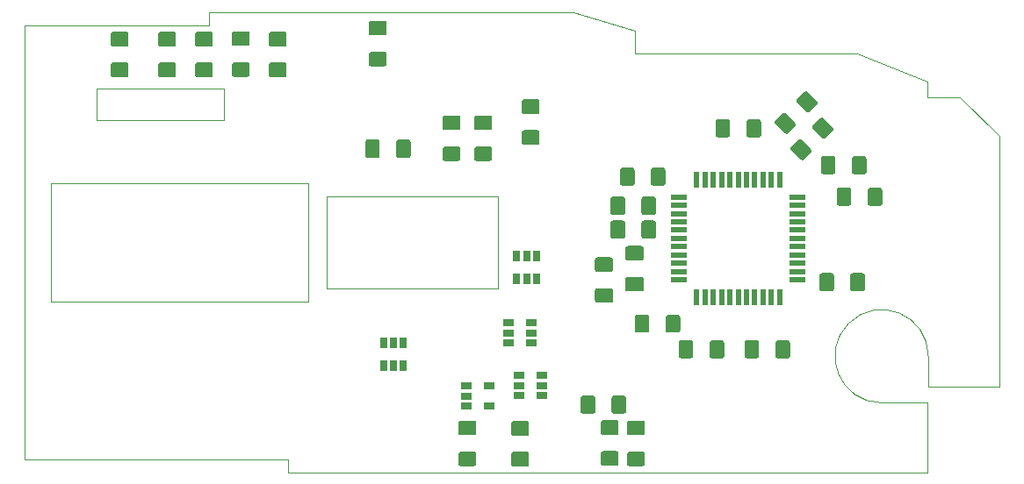
<source format=gbr>
G04 #@! TF.GenerationSoftware,KiCad,Pcbnew,5.99.0-unknown-072ea9a~86~ubuntu18.04.1*
G04 #@! TF.CreationDate,2019-09-18T00:12:09+01:00*
G04 #@! TF.ProjectId,mouse8,6d6f7573-6538-42e6-9b69-6361645f7063,rev?*
G04 #@! TF.SameCoordinates,Original*
G04 #@! TF.FileFunction,Paste,Top*
G04 #@! TF.FilePolarity,Positive*
%FSLAX46Y46*%
G04 Gerber Fmt 4.6, Leading zero omitted, Abs format (unit mm)*
G04 Created by KiCad (PCBNEW 5.99.0-unknown-072ea9a~86~ubuntu18.04.1) date 2019-09-18 00:12:09*
%MOMM*%
%LPD*%
G04 APERTURE LIST*
%ADD10C,0.050000*%
%ADD11C,0.100000*%
%ADD12C,1.425000*%
%ADD13R,0.550000X1.500000*%
%ADD14R,1.500000X0.550000*%
%ADD15R,1.060000X0.650000*%
%ADD16R,0.650000X1.060000*%
G04 APERTURE END LIST*
D10*
X205350000Y-63500000D02*
X170180000Y-63500000D01*
X211275000Y-65275000D02*
X205350000Y-63500000D01*
X211275000Y-65275000D02*
X211275000Y-67525000D01*
X242600000Y-71750000D02*
X246375000Y-75450000D01*
X239395000Y-71755000D02*
X242600000Y-71750000D01*
X239400000Y-70200000D02*
X239395000Y-71755000D01*
X232675000Y-67525000D02*
X239400000Y-70200000D01*
X211275000Y-67525000D02*
X232675000Y-67525000D01*
X239395000Y-107950000D02*
X177800000Y-107950000D01*
X246375000Y-75450000D02*
X246380000Y-99695000D01*
X239525000Y-99675000D02*
X246380000Y-99695000D01*
X239400000Y-101250000D02*
X239395000Y-107950000D01*
X239525000Y-96750000D02*
X239525000Y-99675000D01*
X235025000Y-101250000D02*
X239400000Y-101250000D01*
X235025000Y-101250000D02*
G75*
G02X239525000Y-96750000I0J4500000D01*
G01*
X159308800Y-70916800D02*
X159308800Y-73914000D01*
X171653200Y-70916800D02*
X159308800Y-70916800D01*
X171653200Y-73914000D02*
X171653200Y-70916800D01*
X159308800Y-73914000D02*
X171653200Y-73914000D01*
X154940000Y-80010000D02*
X179705000Y-80010000D01*
X181483000Y-90170000D02*
X181483000Y-81280000D01*
X197993000Y-90170000D02*
X181483000Y-90170000D01*
X197993000Y-81280000D02*
X197993000Y-90170000D01*
X181483000Y-81280000D02*
X197993000Y-81280000D01*
X177800000Y-106680000D02*
X177800000Y-107950000D01*
X152400000Y-106680000D02*
X177800000Y-106680000D01*
X170180000Y-64770000D02*
X152400000Y-64770000D01*
X170180000Y-63500000D02*
X170180000Y-64770000D01*
X154940000Y-91440000D02*
X154940000Y-90805000D01*
X179705000Y-91440000D02*
X179705000Y-90805000D01*
X179705000Y-80010000D02*
X179705000Y-90805000D01*
X154940000Y-90805000D02*
X154940000Y-80010000D01*
X179705000Y-91440000D02*
X154940000Y-91440000D01*
X152400000Y-106680000D02*
X152400000Y-64770000D01*
D11*
G36*
X210158171Y-83659030D02*
G01*
X210239277Y-83713223D01*
X210293470Y-83794329D01*
X210312500Y-83890000D01*
X210312500Y-85140000D01*
X210293470Y-85235671D01*
X210239277Y-85316777D01*
X210158171Y-85370970D01*
X210062500Y-85390000D01*
X209137500Y-85390000D01*
X209041829Y-85370970D01*
X208960723Y-85316777D01*
X208906530Y-85235671D01*
X208887500Y-85140000D01*
X208887500Y-83890000D01*
X208906530Y-83794329D01*
X208960723Y-83713223D01*
X209041829Y-83659030D01*
X209137500Y-83640000D01*
X210062500Y-83640000D01*
X210158171Y-83659030D01*
X210158171Y-83659030D01*
G37*
D12*
X209600000Y-84515000D03*
D11*
G36*
X213133171Y-83659030D02*
G01*
X213214277Y-83713223D01*
X213268470Y-83794329D01*
X213287500Y-83890000D01*
X213287500Y-85140000D01*
X213268470Y-85235671D01*
X213214277Y-85316777D01*
X213133171Y-85370970D01*
X213037500Y-85390000D01*
X212112500Y-85390000D01*
X212016829Y-85370970D01*
X211935723Y-85316777D01*
X211881530Y-85235671D01*
X211862500Y-85140000D01*
X211862500Y-83890000D01*
X211881530Y-83794329D01*
X211935723Y-83713223D01*
X212016829Y-83659030D01*
X212112500Y-83640000D01*
X213037500Y-83640000D01*
X213133171Y-83659030D01*
X213133171Y-83659030D01*
G37*
D12*
X212575000Y-84515000D03*
D13*
X217192000Y-79669000D03*
X217992000Y-79669000D03*
X218792000Y-79669000D03*
X219592000Y-79669000D03*
X220392000Y-79669000D03*
X221192000Y-79669000D03*
X221992000Y-79669000D03*
X222792000Y-79669000D03*
X223592000Y-79669000D03*
X224392000Y-79669000D03*
X225192000Y-79669000D03*
D14*
X226892000Y-81369000D03*
X226892000Y-82169000D03*
X226892000Y-82969000D03*
X226892000Y-83769000D03*
X226892000Y-84569000D03*
X226892000Y-85369000D03*
X226892000Y-86169000D03*
X226892000Y-86969000D03*
X226892000Y-87769000D03*
X226892000Y-88569000D03*
X226892000Y-89369000D03*
D13*
X225192000Y-91069000D03*
X224392000Y-91069000D03*
X223592000Y-91069000D03*
X222792000Y-91069000D03*
X221992000Y-91069000D03*
X221192000Y-91069000D03*
X220392000Y-91069000D03*
X219592000Y-91069000D03*
X218792000Y-91069000D03*
X217992000Y-91069000D03*
X217192000Y-91069000D03*
D14*
X215492000Y-89369000D03*
X215492000Y-88569000D03*
X215492000Y-87769000D03*
X215492000Y-86969000D03*
X215492000Y-86169000D03*
X215492000Y-85369000D03*
X215492000Y-84569000D03*
X215492000Y-83769000D03*
X215492000Y-82969000D03*
X215492000Y-82169000D03*
X215492000Y-81369000D03*
D11*
G36*
X209508671Y-102938530D02*
G01*
X209589777Y-102992723D01*
X209643970Y-103073829D01*
X209663000Y-103169500D01*
X209663000Y-104094500D01*
X209643970Y-104190171D01*
X209589777Y-104271277D01*
X209508671Y-104325470D01*
X209413000Y-104344500D01*
X208163000Y-104344500D01*
X208067329Y-104325470D01*
X207986223Y-104271277D01*
X207932030Y-104190171D01*
X207913000Y-104094500D01*
X207913000Y-103169500D01*
X207932030Y-103073829D01*
X207986223Y-102992723D01*
X208067329Y-102938530D01*
X208163000Y-102919500D01*
X209413000Y-102919500D01*
X209508671Y-102938530D01*
X209508671Y-102938530D01*
G37*
D12*
X208788000Y-103632000D03*
D11*
G36*
X209508671Y-105913530D02*
G01*
X209589777Y-105967723D01*
X209643970Y-106048829D01*
X209663000Y-106144500D01*
X209663000Y-107069500D01*
X209643970Y-107165171D01*
X209589777Y-107246277D01*
X209508671Y-107300470D01*
X209413000Y-107319500D01*
X208163000Y-107319500D01*
X208067329Y-107300470D01*
X207986223Y-107246277D01*
X207932030Y-107165171D01*
X207913000Y-107069500D01*
X207913000Y-106144500D01*
X207932030Y-106048829D01*
X207986223Y-105967723D01*
X208067329Y-105913530D01*
X208163000Y-105894500D01*
X209413000Y-105894500D01*
X209508671Y-105913530D01*
X209508671Y-105913530D01*
G37*
D12*
X208788000Y-106607000D03*
D11*
G36*
X201888671Y-71950530D02*
G01*
X201969777Y-72004723D01*
X202023970Y-72085829D01*
X202043000Y-72181500D01*
X202043000Y-73106500D01*
X202023970Y-73202171D01*
X201969777Y-73283277D01*
X201888671Y-73337470D01*
X201793000Y-73356500D01*
X200543000Y-73356500D01*
X200447329Y-73337470D01*
X200366223Y-73283277D01*
X200312030Y-73202171D01*
X200293000Y-73106500D01*
X200293000Y-72181500D01*
X200312030Y-72085829D01*
X200366223Y-72004723D01*
X200447329Y-71950530D01*
X200543000Y-71931500D01*
X201793000Y-71931500D01*
X201888671Y-71950530D01*
X201888671Y-71950530D01*
G37*
D12*
X201168000Y-72644000D03*
D11*
G36*
X201888671Y-74925530D02*
G01*
X201969777Y-74979723D01*
X202023970Y-75060829D01*
X202043000Y-75156500D01*
X202043000Y-76081500D01*
X202023970Y-76177171D01*
X201969777Y-76258277D01*
X201888671Y-76312470D01*
X201793000Y-76331500D01*
X200543000Y-76331500D01*
X200447329Y-76312470D01*
X200366223Y-76258277D01*
X200312030Y-76177171D01*
X200293000Y-76081500D01*
X200293000Y-75156500D01*
X200312030Y-75060829D01*
X200366223Y-74979723D01*
X200447329Y-74925530D01*
X200543000Y-74906500D01*
X201793000Y-74906500D01*
X201888671Y-74925530D01*
X201888671Y-74925530D01*
G37*
D12*
X201168000Y-75619000D03*
D11*
G36*
X166836671Y-68394530D02*
G01*
X166917777Y-68448723D01*
X166971970Y-68529829D01*
X166991000Y-68625500D01*
X166991000Y-69550500D01*
X166971970Y-69646171D01*
X166917777Y-69727277D01*
X166836671Y-69781470D01*
X166741000Y-69800500D01*
X165491000Y-69800500D01*
X165395329Y-69781470D01*
X165314223Y-69727277D01*
X165260030Y-69646171D01*
X165241000Y-69550500D01*
X165241000Y-68625500D01*
X165260030Y-68529829D01*
X165314223Y-68448723D01*
X165395329Y-68394530D01*
X165491000Y-68375500D01*
X166741000Y-68375500D01*
X166836671Y-68394530D01*
X166836671Y-68394530D01*
G37*
D12*
X166116000Y-69088000D03*
D11*
G36*
X166836671Y-65419530D02*
G01*
X166917777Y-65473723D01*
X166971970Y-65554829D01*
X166991000Y-65650500D01*
X166991000Y-66575500D01*
X166971970Y-66671171D01*
X166917777Y-66752277D01*
X166836671Y-66806470D01*
X166741000Y-66825500D01*
X165491000Y-66825500D01*
X165395329Y-66806470D01*
X165314223Y-66752277D01*
X165260030Y-66671171D01*
X165241000Y-66575500D01*
X165241000Y-65650500D01*
X165260030Y-65554829D01*
X165314223Y-65473723D01*
X165395329Y-65419530D01*
X165491000Y-65400500D01*
X166741000Y-65400500D01*
X166836671Y-65419530D01*
X166836671Y-65419530D01*
G37*
D12*
X166116000Y-66113000D03*
D11*
G36*
X173948671Y-68358030D02*
G01*
X174029777Y-68412223D01*
X174083970Y-68493329D01*
X174103000Y-68589000D01*
X174103000Y-69514000D01*
X174083970Y-69609671D01*
X174029777Y-69690777D01*
X173948671Y-69744970D01*
X173853000Y-69764000D01*
X172603000Y-69764000D01*
X172507329Y-69744970D01*
X172426223Y-69690777D01*
X172372030Y-69609671D01*
X172353000Y-69514000D01*
X172353000Y-68589000D01*
X172372030Y-68493329D01*
X172426223Y-68412223D01*
X172507329Y-68358030D01*
X172603000Y-68339000D01*
X173853000Y-68339000D01*
X173948671Y-68358030D01*
X173948671Y-68358030D01*
G37*
D12*
X173228000Y-69051500D03*
D11*
G36*
X173948671Y-65383030D02*
G01*
X174029777Y-65437223D01*
X174083970Y-65518329D01*
X174103000Y-65614000D01*
X174103000Y-66539000D01*
X174083970Y-66634671D01*
X174029777Y-66715777D01*
X173948671Y-66769970D01*
X173853000Y-66789000D01*
X172603000Y-66789000D01*
X172507329Y-66769970D01*
X172426223Y-66715777D01*
X172372030Y-66634671D01*
X172353000Y-66539000D01*
X172353000Y-65614000D01*
X172372030Y-65518329D01*
X172426223Y-65437223D01*
X172507329Y-65383030D01*
X172603000Y-65364000D01*
X173853000Y-65364000D01*
X173948671Y-65383030D01*
X173948671Y-65383030D01*
G37*
D12*
X173228000Y-66076500D03*
D11*
G36*
X210245671Y-100544030D02*
G01*
X210326777Y-100598223D01*
X210380970Y-100679329D01*
X210400000Y-100775000D01*
X210400000Y-102025000D01*
X210380970Y-102120671D01*
X210326777Y-102201777D01*
X210245671Y-102255970D01*
X210150000Y-102275000D01*
X209225000Y-102275000D01*
X209129329Y-102255970D01*
X209048223Y-102201777D01*
X208994030Y-102120671D01*
X208975000Y-102025000D01*
X208975000Y-100775000D01*
X208994030Y-100679329D01*
X209048223Y-100598223D01*
X209129329Y-100544030D01*
X209225000Y-100525000D01*
X210150000Y-100525000D01*
X210245671Y-100544030D01*
X210245671Y-100544030D01*
G37*
D12*
X209687500Y-101400000D03*
D11*
G36*
X207270671Y-100544030D02*
G01*
X207351777Y-100598223D01*
X207405970Y-100679329D01*
X207425000Y-100775000D01*
X207425000Y-102025000D01*
X207405970Y-102120671D01*
X207351777Y-102201777D01*
X207270671Y-102255970D01*
X207175000Y-102275000D01*
X206250000Y-102275000D01*
X206154329Y-102255970D01*
X206073223Y-102201777D01*
X206019030Y-102120671D01*
X206000000Y-102025000D01*
X206000000Y-100775000D01*
X206019030Y-100679329D01*
X206073223Y-100598223D01*
X206154329Y-100544030D01*
X206250000Y-100525000D01*
X207175000Y-100525000D01*
X207270671Y-100544030D01*
X207270671Y-100544030D01*
G37*
D12*
X206712500Y-101400000D03*
D11*
G36*
X187156671Y-67342030D02*
G01*
X187237777Y-67396223D01*
X187291970Y-67477329D01*
X187311000Y-67573000D01*
X187311000Y-68498000D01*
X187291970Y-68593671D01*
X187237777Y-68674777D01*
X187156671Y-68728970D01*
X187061000Y-68748000D01*
X185811000Y-68748000D01*
X185715329Y-68728970D01*
X185634223Y-68674777D01*
X185580030Y-68593671D01*
X185561000Y-68498000D01*
X185561000Y-67573000D01*
X185580030Y-67477329D01*
X185634223Y-67396223D01*
X185715329Y-67342030D01*
X185811000Y-67323000D01*
X187061000Y-67323000D01*
X187156671Y-67342030D01*
X187156671Y-67342030D01*
G37*
D12*
X186436000Y-68035500D03*
D11*
G36*
X187156671Y-64367030D02*
G01*
X187237777Y-64421223D01*
X187291970Y-64502329D01*
X187311000Y-64598000D01*
X187311000Y-65523000D01*
X187291970Y-65618671D01*
X187237777Y-65699777D01*
X187156671Y-65753970D01*
X187061000Y-65773000D01*
X185811000Y-65773000D01*
X185715329Y-65753970D01*
X185634223Y-65699777D01*
X185580030Y-65618671D01*
X185561000Y-65523000D01*
X185561000Y-64598000D01*
X185580030Y-64502329D01*
X185634223Y-64421223D01*
X185715329Y-64367030D01*
X185811000Y-64348000D01*
X187061000Y-64348000D01*
X187156671Y-64367030D01*
X187156671Y-64367030D01*
G37*
D12*
X186436000Y-65060500D03*
D11*
G36*
X162264671Y-65419530D02*
G01*
X162345777Y-65473723D01*
X162399970Y-65554829D01*
X162419000Y-65650500D01*
X162419000Y-66575500D01*
X162399970Y-66671171D01*
X162345777Y-66752277D01*
X162264671Y-66806470D01*
X162169000Y-66825500D01*
X160919000Y-66825500D01*
X160823329Y-66806470D01*
X160742223Y-66752277D01*
X160688030Y-66671171D01*
X160669000Y-66575500D01*
X160669000Y-65650500D01*
X160688030Y-65554829D01*
X160742223Y-65473723D01*
X160823329Y-65419530D01*
X160919000Y-65400500D01*
X162169000Y-65400500D01*
X162264671Y-65419530D01*
X162264671Y-65419530D01*
G37*
D12*
X161544000Y-66113000D03*
D11*
G36*
X162264671Y-68394530D02*
G01*
X162345777Y-68448723D01*
X162399970Y-68529829D01*
X162419000Y-68625500D01*
X162419000Y-69550500D01*
X162399970Y-69646171D01*
X162345777Y-69727277D01*
X162264671Y-69781470D01*
X162169000Y-69800500D01*
X160919000Y-69800500D01*
X160823329Y-69781470D01*
X160742223Y-69727277D01*
X160688030Y-69646171D01*
X160669000Y-69550500D01*
X160669000Y-68625500D01*
X160688030Y-68529829D01*
X160742223Y-68448723D01*
X160823329Y-68394530D01*
X160919000Y-68375500D01*
X162169000Y-68375500D01*
X162264671Y-68394530D01*
X162264671Y-68394530D01*
G37*
D12*
X161544000Y-69088000D03*
D11*
G36*
X170392671Y-65419530D02*
G01*
X170473777Y-65473723D01*
X170527970Y-65554829D01*
X170547000Y-65650500D01*
X170547000Y-66575500D01*
X170527970Y-66671171D01*
X170473777Y-66752277D01*
X170392671Y-66806470D01*
X170297000Y-66825500D01*
X169047000Y-66825500D01*
X168951329Y-66806470D01*
X168870223Y-66752277D01*
X168816030Y-66671171D01*
X168797000Y-66575500D01*
X168797000Y-65650500D01*
X168816030Y-65554829D01*
X168870223Y-65473723D01*
X168951329Y-65419530D01*
X169047000Y-65400500D01*
X170297000Y-65400500D01*
X170392671Y-65419530D01*
X170392671Y-65419530D01*
G37*
D12*
X169672000Y-66113000D03*
D11*
G36*
X170392671Y-68394530D02*
G01*
X170473777Y-68448723D01*
X170527970Y-68529829D01*
X170547000Y-68625500D01*
X170547000Y-69550500D01*
X170527970Y-69646171D01*
X170473777Y-69727277D01*
X170392671Y-69781470D01*
X170297000Y-69800500D01*
X169047000Y-69800500D01*
X168951329Y-69781470D01*
X168870223Y-69727277D01*
X168816030Y-69646171D01*
X168797000Y-69550500D01*
X168797000Y-68625500D01*
X168816030Y-68529829D01*
X168870223Y-68448723D01*
X168951329Y-68394530D01*
X169047000Y-68375500D01*
X170297000Y-68375500D01*
X170392671Y-68394530D01*
X170392671Y-68394530D01*
G37*
D12*
X169672000Y-69088000D03*
D11*
G36*
X212048671Y-102975030D02*
G01*
X212129777Y-103029223D01*
X212183970Y-103110329D01*
X212203000Y-103206000D01*
X212203000Y-104131000D01*
X212183970Y-104226671D01*
X212129777Y-104307777D01*
X212048671Y-104361970D01*
X211953000Y-104381000D01*
X210703000Y-104381000D01*
X210607329Y-104361970D01*
X210526223Y-104307777D01*
X210472030Y-104226671D01*
X210453000Y-104131000D01*
X210453000Y-103206000D01*
X210472030Y-103110329D01*
X210526223Y-103029223D01*
X210607329Y-102975030D01*
X210703000Y-102956000D01*
X211953000Y-102956000D01*
X212048671Y-102975030D01*
X212048671Y-102975030D01*
G37*
D12*
X211328000Y-103668500D03*
D11*
G36*
X212048671Y-105950030D02*
G01*
X212129777Y-106004223D01*
X212183970Y-106085329D01*
X212203000Y-106181000D01*
X212203000Y-107106000D01*
X212183970Y-107201671D01*
X212129777Y-107282777D01*
X212048671Y-107336970D01*
X211953000Y-107356000D01*
X210703000Y-107356000D01*
X210607329Y-107336970D01*
X210526223Y-107282777D01*
X210472030Y-107201671D01*
X210453000Y-107106000D01*
X210453000Y-106181000D01*
X210472030Y-106085329D01*
X210526223Y-106004223D01*
X210607329Y-105950030D01*
X210703000Y-105931000D01*
X211953000Y-105931000D01*
X212048671Y-105950030D01*
X212048671Y-105950030D01*
G37*
D12*
X211328000Y-106643500D03*
D11*
G36*
X177504671Y-65419530D02*
G01*
X177585777Y-65473723D01*
X177639970Y-65554829D01*
X177659000Y-65650500D01*
X177659000Y-66575500D01*
X177639970Y-66671171D01*
X177585777Y-66752277D01*
X177504671Y-66806470D01*
X177409000Y-66825500D01*
X176159000Y-66825500D01*
X176063329Y-66806470D01*
X175982223Y-66752277D01*
X175928030Y-66671171D01*
X175909000Y-66575500D01*
X175909000Y-65650500D01*
X175928030Y-65554829D01*
X175982223Y-65473723D01*
X176063329Y-65419530D01*
X176159000Y-65400500D01*
X177409000Y-65400500D01*
X177504671Y-65419530D01*
X177504671Y-65419530D01*
G37*
D12*
X176784000Y-66113000D03*
D11*
G36*
X177504671Y-68394530D02*
G01*
X177585777Y-68448723D01*
X177639970Y-68529829D01*
X177659000Y-68625500D01*
X177659000Y-69550500D01*
X177639970Y-69646171D01*
X177585777Y-69727277D01*
X177504671Y-69781470D01*
X177409000Y-69800500D01*
X176159000Y-69800500D01*
X176063329Y-69781470D01*
X175982223Y-69727277D01*
X175928030Y-69646171D01*
X175909000Y-69550500D01*
X175909000Y-68625500D01*
X175928030Y-68529829D01*
X175982223Y-68448723D01*
X176063329Y-68394530D01*
X176159000Y-68375500D01*
X177409000Y-68375500D01*
X177504671Y-68394530D01*
X177504671Y-68394530D01*
G37*
D12*
X176784000Y-69088000D03*
D11*
G36*
X211920671Y-86119030D02*
G01*
X212001777Y-86173223D01*
X212055970Y-86254329D01*
X212075000Y-86350000D01*
X212075000Y-87275000D01*
X212055970Y-87370671D01*
X212001777Y-87451777D01*
X211920671Y-87505970D01*
X211825000Y-87525000D01*
X210575000Y-87525000D01*
X210479329Y-87505970D01*
X210398223Y-87451777D01*
X210344030Y-87370671D01*
X210325000Y-87275000D01*
X210325000Y-86350000D01*
X210344030Y-86254329D01*
X210398223Y-86173223D01*
X210479329Y-86119030D01*
X210575000Y-86100000D01*
X211825000Y-86100000D01*
X211920671Y-86119030D01*
X211920671Y-86119030D01*
G37*
D12*
X211200000Y-86812500D03*
D11*
G36*
X211920671Y-89094030D02*
G01*
X212001777Y-89148223D01*
X212055970Y-89229329D01*
X212075000Y-89325000D01*
X212075000Y-90250000D01*
X212055970Y-90345671D01*
X212001777Y-90426777D01*
X211920671Y-90480970D01*
X211825000Y-90500000D01*
X210575000Y-90500000D01*
X210479329Y-90480970D01*
X210398223Y-90426777D01*
X210344030Y-90345671D01*
X210325000Y-90250000D01*
X210325000Y-89325000D01*
X210344030Y-89229329D01*
X210398223Y-89148223D01*
X210479329Y-89094030D01*
X210575000Y-89075000D01*
X211825000Y-89075000D01*
X211920671Y-89094030D01*
X211920671Y-89094030D01*
G37*
D12*
X211200000Y-89787500D03*
D11*
G36*
X211045671Y-78544030D02*
G01*
X211126777Y-78598223D01*
X211180970Y-78679329D01*
X211200000Y-78775000D01*
X211200000Y-80025000D01*
X211180970Y-80120671D01*
X211126777Y-80201777D01*
X211045671Y-80255970D01*
X210950000Y-80275000D01*
X210025000Y-80275000D01*
X209929329Y-80255970D01*
X209848223Y-80201777D01*
X209794030Y-80120671D01*
X209775000Y-80025000D01*
X209775000Y-78775000D01*
X209794030Y-78679329D01*
X209848223Y-78598223D01*
X209929329Y-78544030D01*
X210025000Y-78525000D01*
X210950000Y-78525000D01*
X211045671Y-78544030D01*
X211045671Y-78544030D01*
G37*
D12*
X210487500Y-79400000D03*
D11*
G36*
X214020671Y-78544030D02*
G01*
X214101777Y-78598223D01*
X214155970Y-78679329D01*
X214175000Y-78775000D01*
X214175000Y-80025000D01*
X214155970Y-80120671D01*
X214101777Y-80201777D01*
X214020671Y-80255970D01*
X213925000Y-80275000D01*
X213000000Y-80275000D01*
X212904329Y-80255970D01*
X212823223Y-80201777D01*
X212769030Y-80120671D01*
X212750000Y-80025000D01*
X212750000Y-78775000D01*
X212769030Y-78679329D01*
X212823223Y-78598223D01*
X212904329Y-78544030D01*
X213000000Y-78525000D01*
X213925000Y-78525000D01*
X214020671Y-78544030D01*
X214020671Y-78544030D01*
G37*
D12*
X213462500Y-79400000D03*
D11*
G36*
X212470671Y-92744030D02*
G01*
X212551777Y-92798223D01*
X212605970Y-92879329D01*
X212625000Y-92975000D01*
X212625000Y-94225000D01*
X212605970Y-94320671D01*
X212551777Y-94401777D01*
X212470671Y-94455970D01*
X212375000Y-94475000D01*
X211450000Y-94475000D01*
X211354329Y-94455970D01*
X211273223Y-94401777D01*
X211219030Y-94320671D01*
X211200000Y-94225000D01*
X211200000Y-92975000D01*
X211219030Y-92879329D01*
X211273223Y-92798223D01*
X211354329Y-92744030D01*
X211450000Y-92725000D01*
X212375000Y-92725000D01*
X212470671Y-92744030D01*
X212470671Y-92744030D01*
G37*
D12*
X211912500Y-93600000D03*
D11*
G36*
X215445671Y-92744030D02*
G01*
X215526777Y-92798223D01*
X215580970Y-92879329D01*
X215600000Y-92975000D01*
X215600000Y-94225000D01*
X215580970Y-94320671D01*
X215526777Y-94401777D01*
X215445671Y-94455970D01*
X215350000Y-94475000D01*
X214425000Y-94475000D01*
X214329329Y-94455970D01*
X214248223Y-94401777D01*
X214194030Y-94320671D01*
X214175000Y-94225000D01*
X214175000Y-92975000D01*
X214194030Y-92879329D01*
X214248223Y-92798223D01*
X214329329Y-92744030D01*
X214425000Y-92725000D01*
X215350000Y-92725000D01*
X215445671Y-92744030D01*
X215445671Y-92744030D01*
G37*
D12*
X214887500Y-93600000D03*
D11*
G36*
X194268671Y-73511030D02*
G01*
X194349777Y-73565223D01*
X194403970Y-73646329D01*
X194423000Y-73742000D01*
X194423000Y-74667000D01*
X194403970Y-74762671D01*
X194349777Y-74843777D01*
X194268671Y-74897970D01*
X194173000Y-74917000D01*
X192923000Y-74917000D01*
X192827329Y-74897970D01*
X192746223Y-74843777D01*
X192692030Y-74762671D01*
X192673000Y-74667000D01*
X192673000Y-73742000D01*
X192692030Y-73646329D01*
X192746223Y-73565223D01*
X192827329Y-73511030D01*
X192923000Y-73492000D01*
X194173000Y-73492000D01*
X194268671Y-73511030D01*
X194268671Y-73511030D01*
G37*
D12*
X193548000Y-74204500D03*
D11*
G36*
X194268671Y-76486030D02*
G01*
X194349777Y-76540223D01*
X194403970Y-76621329D01*
X194423000Y-76717000D01*
X194423000Y-77642000D01*
X194403970Y-77737671D01*
X194349777Y-77818777D01*
X194268671Y-77872970D01*
X194173000Y-77892000D01*
X192923000Y-77892000D01*
X192827329Y-77872970D01*
X192746223Y-77818777D01*
X192692030Y-77737671D01*
X192673000Y-77642000D01*
X192673000Y-76717000D01*
X192692030Y-76621329D01*
X192746223Y-76540223D01*
X192827329Y-76486030D01*
X192923000Y-76467000D01*
X194173000Y-76467000D01*
X194268671Y-76486030D01*
X194268671Y-76486030D01*
G37*
D12*
X193548000Y-77179500D03*
D11*
G36*
X197316671Y-73511030D02*
G01*
X197397777Y-73565223D01*
X197451970Y-73646329D01*
X197471000Y-73742000D01*
X197471000Y-74667000D01*
X197451970Y-74762671D01*
X197397777Y-74843777D01*
X197316671Y-74897970D01*
X197221000Y-74917000D01*
X195971000Y-74917000D01*
X195875329Y-74897970D01*
X195794223Y-74843777D01*
X195740030Y-74762671D01*
X195721000Y-74667000D01*
X195721000Y-73742000D01*
X195740030Y-73646329D01*
X195794223Y-73565223D01*
X195875329Y-73511030D01*
X195971000Y-73492000D01*
X197221000Y-73492000D01*
X197316671Y-73511030D01*
X197316671Y-73511030D01*
G37*
D12*
X196596000Y-74204500D03*
D11*
G36*
X197316671Y-76486030D02*
G01*
X197397777Y-76540223D01*
X197451970Y-76621329D01*
X197471000Y-76717000D01*
X197471000Y-77642000D01*
X197451970Y-77737671D01*
X197397777Y-77818777D01*
X197316671Y-77872970D01*
X197221000Y-77892000D01*
X195971000Y-77892000D01*
X195875329Y-77872970D01*
X195794223Y-77818777D01*
X195740030Y-77737671D01*
X195721000Y-77642000D01*
X195721000Y-76717000D01*
X195740030Y-76621329D01*
X195794223Y-76540223D01*
X195875329Y-76486030D01*
X195971000Y-76467000D01*
X197221000Y-76467000D01*
X197316671Y-76486030D01*
X197316671Y-76486030D01*
G37*
D12*
X196596000Y-77179500D03*
D11*
G36*
X233245671Y-88744030D02*
G01*
X233326777Y-88798223D01*
X233380970Y-88879329D01*
X233400000Y-88975000D01*
X233400000Y-90225000D01*
X233380970Y-90320671D01*
X233326777Y-90401777D01*
X233245671Y-90455970D01*
X233150000Y-90475000D01*
X232225000Y-90475000D01*
X232129329Y-90455970D01*
X232048223Y-90401777D01*
X231994030Y-90320671D01*
X231975000Y-90225000D01*
X231975000Y-88975000D01*
X231994030Y-88879329D01*
X232048223Y-88798223D01*
X232129329Y-88744030D01*
X232225000Y-88725000D01*
X233150000Y-88725000D01*
X233245671Y-88744030D01*
X233245671Y-88744030D01*
G37*
D12*
X232687500Y-89600000D03*
D11*
G36*
X230270671Y-88744030D02*
G01*
X230351777Y-88798223D01*
X230405970Y-88879329D01*
X230425000Y-88975000D01*
X230425000Y-90225000D01*
X230405970Y-90320671D01*
X230351777Y-90401777D01*
X230270671Y-90455970D01*
X230175000Y-90475000D01*
X229250000Y-90475000D01*
X229154329Y-90455970D01*
X229073223Y-90401777D01*
X229019030Y-90320671D01*
X229000000Y-90225000D01*
X229000000Y-88975000D01*
X229019030Y-88879329D01*
X229073223Y-88798223D01*
X229154329Y-88744030D01*
X229250000Y-88725000D01*
X230175000Y-88725000D01*
X230270671Y-88744030D01*
X230270671Y-88744030D01*
G37*
D12*
X229712500Y-89600000D03*
D11*
G36*
X226031671Y-95212030D02*
G01*
X226112777Y-95266223D01*
X226166970Y-95347329D01*
X226186000Y-95443000D01*
X226186000Y-96693000D01*
X226166970Y-96788671D01*
X226112777Y-96869777D01*
X226031671Y-96923970D01*
X225936000Y-96943000D01*
X225011000Y-96943000D01*
X224915329Y-96923970D01*
X224834223Y-96869777D01*
X224780030Y-96788671D01*
X224761000Y-96693000D01*
X224761000Y-95443000D01*
X224780030Y-95347329D01*
X224834223Y-95266223D01*
X224915329Y-95212030D01*
X225011000Y-95193000D01*
X225936000Y-95193000D01*
X226031671Y-95212030D01*
X226031671Y-95212030D01*
G37*
D12*
X225473500Y-96068000D03*
D11*
G36*
X223056671Y-95212030D02*
G01*
X223137777Y-95266223D01*
X223191970Y-95347329D01*
X223211000Y-95443000D01*
X223211000Y-96693000D01*
X223191970Y-96788671D01*
X223137777Y-96869777D01*
X223056671Y-96923970D01*
X222961000Y-96943000D01*
X222036000Y-96943000D01*
X221940329Y-96923970D01*
X221859223Y-96869777D01*
X221805030Y-96788671D01*
X221786000Y-96693000D01*
X221786000Y-95443000D01*
X221805030Y-95347329D01*
X221859223Y-95266223D01*
X221940329Y-95212030D01*
X222036000Y-95193000D01*
X222961000Y-95193000D01*
X223056671Y-95212030D01*
X223056671Y-95212030D01*
G37*
D12*
X222498500Y-96068000D03*
D11*
G36*
X200872671Y-105986530D02*
G01*
X200953777Y-106040723D01*
X201007970Y-106121829D01*
X201027000Y-106217500D01*
X201027000Y-107142500D01*
X201007970Y-107238171D01*
X200953777Y-107319277D01*
X200872671Y-107373470D01*
X200777000Y-107392500D01*
X199527000Y-107392500D01*
X199431329Y-107373470D01*
X199350223Y-107319277D01*
X199296030Y-107238171D01*
X199277000Y-107142500D01*
X199277000Y-106217500D01*
X199296030Y-106121829D01*
X199350223Y-106040723D01*
X199431329Y-105986530D01*
X199527000Y-105967500D01*
X200777000Y-105967500D01*
X200872671Y-105986530D01*
X200872671Y-105986530D01*
G37*
D12*
X200152000Y-106680000D03*
D11*
G36*
X200872671Y-103011530D02*
G01*
X200953777Y-103065723D01*
X201007970Y-103146829D01*
X201027000Y-103242500D01*
X201027000Y-104167500D01*
X201007970Y-104263171D01*
X200953777Y-104344277D01*
X200872671Y-104398470D01*
X200777000Y-104417500D01*
X199527000Y-104417500D01*
X199431329Y-104398470D01*
X199350223Y-104344277D01*
X199296030Y-104263171D01*
X199277000Y-104167500D01*
X199277000Y-103242500D01*
X199296030Y-103146829D01*
X199350223Y-103065723D01*
X199431329Y-103011530D01*
X199527000Y-102992500D01*
X200777000Y-102992500D01*
X200872671Y-103011530D01*
X200872671Y-103011530D01*
G37*
D12*
X200152000Y-103705000D03*
D11*
G36*
X223237671Y-73876030D02*
G01*
X223318777Y-73930223D01*
X223372970Y-74011329D01*
X223392000Y-74107000D01*
X223392000Y-75357000D01*
X223372970Y-75452671D01*
X223318777Y-75533777D01*
X223237671Y-75587970D01*
X223142000Y-75607000D01*
X222217000Y-75607000D01*
X222121329Y-75587970D01*
X222040223Y-75533777D01*
X221986030Y-75452671D01*
X221967000Y-75357000D01*
X221967000Y-74107000D01*
X221986030Y-74011329D01*
X222040223Y-73930223D01*
X222121329Y-73876030D01*
X222217000Y-73857000D01*
X223142000Y-73857000D01*
X223237671Y-73876030D01*
X223237671Y-73876030D01*
G37*
D12*
X222679500Y-74732000D03*
D11*
G36*
X220262671Y-73876030D02*
G01*
X220343777Y-73930223D01*
X220397970Y-74011329D01*
X220417000Y-74107000D01*
X220417000Y-75357000D01*
X220397970Y-75452671D01*
X220343777Y-75533777D01*
X220262671Y-75587970D01*
X220167000Y-75607000D01*
X219242000Y-75607000D01*
X219146329Y-75587970D01*
X219065223Y-75533777D01*
X219011030Y-75452671D01*
X218992000Y-75357000D01*
X218992000Y-74107000D01*
X219011030Y-74011329D01*
X219065223Y-73930223D01*
X219146329Y-73876030D01*
X219242000Y-73857000D01*
X220167000Y-73857000D01*
X220262671Y-73876030D01*
X220262671Y-73876030D01*
G37*
D12*
X219704500Y-74732000D03*
D11*
G36*
X216706671Y-95212030D02*
G01*
X216787777Y-95266223D01*
X216841970Y-95347329D01*
X216861000Y-95443000D01*
X216861000Y-96693000D01*
X216841970Y-96788671D01*
X216787777Y-96869777D01*
X216706671Y-96923970D01*
X216611000Y-96943000D01*
X215686000Y-96943000D01*
X215590329Y-96923970D01*
X215509223Y-96869777D01*
X215455030Y-96788671D01*
X215436000Y-96693000D01*
X215436000Y-95443000D01*
X215455030Y-95347329D01*
X215509223Y-95266223D01*
X215590329Y-95212030D01*
X215686000Y-95193000D01*
X216611000Y-95193000D01*
X216706671Y-95212030D01*
X216706671Y-95212030D01*
G37*
D12*
X216148500Y-96068000D03*
D11*
G36*
X219681671Y-95212030D02*
G01*
X219762777Y-95266223D01*
X219816970Y-95347329D01*
X219836000Y-95443000D01*
X219836000Y-96693000D01*
X219816970Y-96788671D01*
X219762777Y-96869777D01*
X219681671Y-96923970D01*
X219586000Y-96943000D01*
X218661000Y-96943000D01*
X218565329Y-96923970D01*
X218484223Y-96869777D01*
X218430030Y-96788671D01*
X218411000Y-96693000D01*
X218411000Y-95443000D01*
X218430030Y-95347329D01*
X218484223Y-95266223D01*
X218565329Y-95212030D01*
X218661000Y-95193000D01*
X219586000Y-95193000D01*
X219681671Y-95212030D01*
X219681671Y-95212030D01*
G37*
D12*
X219123500Y-96068000D03*
D11*
G36*
X208970671Y-90194030D02*
G01*
X209051777Y-90248223D01*
X209105970Y-90329329D01*
X209125000Y-90425000D01*
X209125000Y-91350000D01*
X209105970Y-91445671D01*
X209051777Y-91526777D01*
X208970671Y-91580970D01*
X208875000Y-91600000D01*
X207625000Y-91600000D01*
X207529329Y-91580970D01*
X207448223Y-91526777D01*
X207394030Y-91445671D01*
X207375000Y-91350000D01*
X207375000Y-90425000D01*
X207394030Y-90329329D01*
X207448223Y-90248223D01*
X207529329Y-90194030D01*
X207625000Y-90175000D01*
X208875000Y-90175000D01*
X208970671Y-90194030D01*
X208970671Y-90194030D01*
G37*
D12*
X208250000Y-90887500D03*
D11*
G36*
X208970671Y-87219030D02*
G01*
X209051777Y-87273223D01*
X209105970Y-87354329D01*
X209125000Y-87450000D01*
X209125000Y-88375000D01*
X209105970Y-88470671D01*
X209051777Y-88551777D01*
X208970671Y-88605970D01*
X208875000Y-88625000D01*
X207625000Y-88625000D01*
X207529329Y-88605970D01*
X207448223Y-88551777D01*
X207394030Y-88470671D01*
X207375000Y-88375000D01*
X207375000Y-87450000D01*
X207394030Y-87354329D01*
X207448223Y-87273223D01*
X207529329Y-87219030D01*
X207625000Y-87200000D01*
X208875000Y-87200000D01*
X208970671Y-87219030D01*
X208970671Y-87219030D01*
G37*
D12*
X208250000Y-87912500D03*
D11*
G36*
X195792671Y-105950030D02*
G01*
X195873777Y-106004223D01*
X195927970Y-106085329D01*
X195947000Y-106181000D01*
X195947000Y-107106000D01*
X195927970Y-107201671D01*
X195873777Y-107282777D01*
X195792671Y-107336970D01*
X195697000Y-107356000D01*
X194447000Y-107356000D01*
X194351329Y-107336970D01*
X194270223Y-107282777D01*
X194216030Y-107201671D01*
X194197000Y-107106000D01*
X194197000Y-106181000D01*
X194216030Y-106085329D01*
X194270223Y-106004223D01*
X194351329Y-105950030D01*
X194447000Y-105931000D01*
X195697000Y-105931000D01*
X195792671Y-105950030D01*
X195792671Y-105950030D01*
G37*
D12*
X195072000Y-106643500D03*
D11*
G36*
X195792671Y-102975030D02*
G01*
X195873777Y-103029223D01*
X195927970Y-103110329D01*
X195947000Y-103206000D01*
X195947000Y-104131000D01*
X195927970Y-104226671D01*
X195873777Y-104307777D01*
X195792671Y-104361970D01*
X195697000Y-104381000D01*
X194447000Y-104381000D01*
X194351329Y-104361970D01*
X194270223Y-104307777D01*
X194216030Y-104226671D01*
X194197000Y-104131000D01*
X194197000Y-103206000D01*
X194216030Y-103110329D01*
X194270223Y-103029223D01*
X194351329Y-102975030D01*
X194447000Y-102956000D01*
X195697000Y-102956000D01*
X195792671Y-102975030D01*
X195792671Y-102975030D01*
G37*
D12*
X195072000Y-103668500D03*
D15*
X197188000Y-99634000D03*
X197188000Y-101534000D03*
X194988000Y-101534000D03*
X194988000Y-100584000D03*
X194988000Y-99634000D03*
X200068000Y-99568000D03*
X200068000Y-100518000D03*
X200068000Y-98618000D03*
X202268000Y-98618000D03*
X202268000Y-99568000D03*
X202268000Y-100518000D03*
X199052000Y-94488000D03*
X199052000Y-95438000D03*
X199052000Y-93538000D03*
X201252000Y-93538000D03*
X201252000Y-94488000D03*
X201252000Y-95438000D03*
D16*
X200793999Y-87080001D03*
X199843999Y-87080001D03*
X201743999Y-87080001D03*
X201743999Y-89280001D03*
X200793999Y-89280001D03*
X199843999Y-89280001D03*
X187960000Y-95420000D03*
X187010000Y-95420000D03*
X188910000Y-95420000D03*
X188910000Y-97620000D03*
X187960000Y-97620000D03*
X187010000Y-97620000D03*
D11*
G36*
X210154671Y-81357030D02*
G01*
X210235777Y-81411223D01*
X210289970Y-81492329D01*
X210309000Y-81588000D01*
X210309000Y-82838000D01*
X210289970Y-82933671D01*
X210235777Y-83014777D01*
X210154671Y-83068970D01*
X210059000Y-83088000D01*
X209134000Y-83088000D01*
X209038329Y-83068970D01*
X208957223Y-83014777D01*
X208903030Y-82933671D01*
X208884000Y-82838000D01*
X208884000Y-81588000D01*
X208903030Y-81492329D01*
X208957223Y-81411223D01*
X209038329Y-81357030D01*
X209134000Y-81338000D01*
X210059000Y-81338000D01*
X210154671Y-81357030D01*
X210154671Y-81357030D01*
G37*
D12*
X209596500Y-82213000D03*
D11*
G36*
X213129671Y-81357030D02*
G01*
X213210777Y-81411223D01*
X213264970Y-81492329D01*
X213284000Y-81588000D01*
X213284000Y-82838000D01*
X213264970Y-82933671D01*
X213210777Y-83014777D01*
X213129671Y-83068970D01*
X213034000Y-83088000D01*
X212109000Y-83088000D01*
X212013329Y-83068970D01*
X211932223Y-83014777D01*
X211878030Y-82933671D01*
X211859000Y-82838000D01*
X211859000Y-81588000D01*
X211878030Y-81492329D01*
X211932223Y-81411223D01*
X212013329Y-81357030D01*
X212109000Y-81338000D01*
X213034000Y-81338000D01*
X213129671Y-81357030D01*
X213129671Y-81357030D01*
G37*
D12*
X212571500Y-82213000D03*
D11*
G36*
X233397671Y-77432030D02*
G01*
X233478777Y-77486223D01*
X233532970Y-77567329D01*
X233552000Y-77663000D01*
X233552000Y-78913000D01*
X233532970Y-79008671D01*
X233478777Y-79089777D01*
X233397671Y-79143970D01*
X233302000Y-79163000D01*
X232377000Y-79163000D01*
X232281329Y-79143970D01*
X232200223Y-79089777D01*
X232146030Y-79008671D01*
X232127000Y-78913000D01*
X232127000Y-77663000D01*
X232146030Y-77567329D01*
X232200223Y-77486223D01*
X232281329Y-77432030D01*
X232377000Y-77413000D01*
X233302000Y-77413000D01*
X233397671Y-77432030D01*
X233397671Y-77432030D01*
G37*
D12*
X232839500Y-78288000D03*
D11*
G36*
X230422671Y-77432030D02*
G01*
X230503777Y-77486223D01*
X230557970Y-77567329D01*
X230577000Y-77663000D01*
X230577000Y-78913000D01*
X230557970Y-79008671D01*
X230503777Y-79089777D01*
X230422671Y-79143970D01*
X230327000Y-79163000D01*
X229402000Y-79163000D01*
X229306329Y-79143970D01*
X229225223Y-79089777D01*
X229171030Y-79008671D01*
X229152000Y-78913000D01*
X229152000Y-77663000D01*
X229171030Y-77567329D01*
X229225223Y-77486223D01*
X229306329Y-77432030D01*
X229402000Y-77413000D01*
X230327000Y-77413000D01*
X230422671Y-77432030D01*
X230422671Y-77432030D01*
G37*
D12*
X229864500Y-78288000D03*
D11*
G36*
X229336587Y-73696230D02*
G01*
X229417693Y-73750423D01*
X230301577Y-74634307D01*
X230355770Y-74715413D01*
X230374800Y-74811084D01*
X230355770Y-74906755D01*
X230301577Y-74987861D01*
X229647503Y-75641935D01*
X229566397Y-75696128D01*
X229470726Y-75715158D01*
X229375055Y-75696128D01*
X229293949Y-75641935D01*
X228410065Y-74758051D01*
X228355872Y-74676945D01*
X228336842Y-74581274D01*
X228355872Y-74485603D01*
X228410065Y-74404497D01*
X229064139Y-73750423D01*
X229145245Y-73696230D01*
X229240916Y-73677200D01*
X229336587Y-73696230D01*
X229336587Y-73696230D01*
G37*
D12*
X229355821Y-74696179D03*
D11*
G36*
X227232945Y-75799872D02*
G01*
X227314051Y-75854065D01*
X228197935Y-76737949D01*
X228252128Y-76819055D01*
X228271158Y-76914726D01*
X228252128Y-77010397D01*
X228197935Y-77091503D01*
X227543861Y-77745577D01*
X227462755Y-77799770D01*
X227367084Y-77818800D01*
X227271413Y-77799770D01*
X227190307Y-77745577D01*
X226306423Y-76861693D01*
X226252230Y-76780587D01*
X226233200Y-76684916D01*
X226252230Y-76589245D01*
X226306423Y-76508139D01*
X226960497Y-75854065D01*
X227041603Y-75799872D01*
X227137274Y-75780842D01*
X227232945Y-75799872D01*
X227232945Y-75799872D01*
G37*
D12*
X227252179Y-76799821D03*
D11*
G36*
X225708945Y-73259872D02*
G01*
X225790051Y-73314065D01*
X226673935Y-74197949D01*
X226728128Y-74279055D01*
X226747158Y-74374726D01*
X226728128Y-74470397D01*
X226673935Y-74551503D01*
X226019861Y-75205577D01*
X225938755Y-75259770D01*
X225843084Y-75278800D01*
X225747413Y-75259770D01*
X225666307Y-75205577D01*
X224782423Y-74321693D01*
X224728230Y-74240587D01*
X224709200Y-74144916D01*
X224728230Y-74049245D01*
X224782423Y-73968139D01*
X225436497Y-73314065D01*
X225517603Y-73259872D01*
X225613274Y-73240842D01*
X225708945Y-73259872D01*
X225708945Y-73259872D01*
G37*
D12*
X225728179Y-74259821D03*
D11*
G36*
X227812587Y-71156230D02*
G01*
X227893693Y-71210423D01*
X228777577Y-72094307D01*
X228831770Y-72175413D01*
X228850800Y-72271084D01*
X228831770Y-72366755D01*
X228777577Y-72447861D01*
X228123503Y-73101935D01*
X228042397Y-73156128D01*
X227946726Y-73175158D01*
X227851055Y-73156128D01*
X227769949Y-73101935D01*
X226886065Y-72218051D01*
X226831872Y-72136945D01*
X226812842Y-72041274D01*
X226831872Y-71945603D01*
X226886065Y-71864497D01*
X227540139Y-71210423D01*
X227621245Y-71156230D01*
X227716916Y-71137200D01*
X227812587Y-71156230D01*
X227812587Y-71156230D01*
G37*
D12*
X227831821Y-72156179D03*
D11*
G36*
X189461171Y-75852030D02*
G01*
X189542277Y-75906223D01*
X189596470Y-75987329D01*
X189615500Y-76083000D01*
X189615500Y-77333000D01*
X189596470Y-77428671D01*
X189542277Y-77509777D01*
X189461171Y-77563970D01*
X189365500Y-77583000D01*
X188440500Y-77583000D01*
X188344829Y-77563970D01*
X188263723Y-77509777D01*
X188209530Y-77428671D01*
X188190500Y-77333000D01*
X188190500Y-76083000D01*
X188209530Y-75987329D01*
X188263723Y-75906223D01*
X188344829Y-75852030D01*
X188440500Y-75833000D01*
X189365500Y-75833000D01*
X189461171Y-75852030D01*
X189461171Y-75852030D01*
G37*
D12*
X188903000Y-76708000D03*
D11*
G36*
X186486171Y-75852030D02*
G01*
X186567277Y-75906223D01*
X186621470Y-75987329D01*
X186640500Y-76083000D01*
X186640500Y-77333000D01*
X186621470Y-77428671D01*
X186567277Y-77509777D01*
X186486171Y-77563970D01*
X186390500Y-77583000D01*
X185465500Y-77583000D01*
X185369829Y-77563970D01*
X185288723Y-77509777D01*
X185234530Y-77428671D01*
X185215500Y-77333000D01*
X185215500Y-76083000D01*
X185234530Y-75987329D01*
X185288723Y-75906223D01*
X185369829Y-75852030D01*
X185465500Y-75833000D01*
X186390500Y-75833000D01*
X186486171Y-75852030D01*
X186486171Y-75852030D01*
G37*
D12*
X185928000Y-76708000D03*
D11*
G36*
X231946671Y-80480030D02*
G01*
X232027777Y-80534223D01*
X232081970Y-80615329D01*
X232101000Y-80711000D01*
X232101000Y-81961000D01*
X232081970Y-82056671D01*
X232027777Y-82137777D01*
X231946671Y-82191970D01*
X231851000Y-82211000D01*
X230926000Y-82211000D01*
X230830329Y-82191970D01*
X230749223Y-82137777D01*
X230695030Y-82056671D01*
X230676000Y-81961000D01*
X230676000Y-80711000D01*
X230695030Y-80615329D01*
X230749223Y-80534223D01*
X230830329Y-80480030D01*
X230926000Y-80461000D01*
X231851000Y-80461000D01*
X231946671Y-80480030D01*
X231946671Y-80480030D01*
G37*
D12*
X231388500Y-81336000D03*
D11*
G36*
X234921671Y-80480030D02*
G01*
X235002777Y-80534223D01*
X235056970Y-80615329D01*
X235076000Y-80711000D01*
X235076000Y-81961000D01*
X235056970Y-82056671D01*
X235002777Y-82137777D01*
X234921671Y-82191970D01*
X234826000Y-82211000D01*
X233901000Y-82211000D01*
X233805329Y-82191970D01*
X233724223Y-82137777D01*
X233670030Y-82056671D01*
X233651000Y-81961000D01*
X233651000Y-80711000D01*
X233670030Y-80615329D01*
X233724223Y-80534223D01*
X233805329Y-80480030D01*
X233901000Y-80461000D01*
X234826000Y-80461000D01*
X234921671Y-80480030D01*
X234921671Y-80480030D01*
G37*
D12*
X234363500Y-81336000D03*
M02*

</source>
